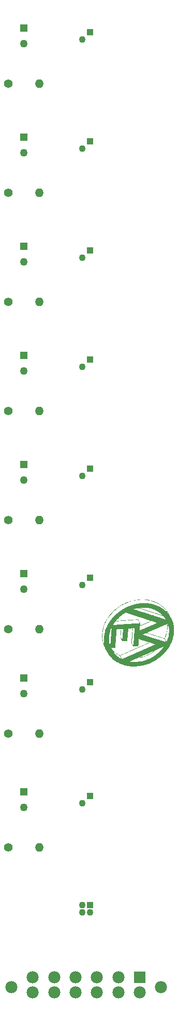
<source format=gbs>
%TF.GenerationSoftware,KiCad,Pcbnew,7.0.10*%
%TF.CreationDate,2024-11-26T20:56:08-08:00*%
%TF.ProjectId,Connector_Board,436f6e6e-6563-4746-9f72-5f426f617264,rev?*%
%TF.SameCoordinates,Original*%
%TF.FileFunction,Soldermask,Bot*%
%TF.FilePolarity,Negative*%
%FSLAX46Y46*%
G04 Gerber Fmt 4.6, Leading zero omitted, Abs format (unit mm)*
G04 Created by KiCad (PCBNEW 7.0.10) date 2024-11-26 20:56:08*
%MOMM*%
%LPD*%
G01*
G04 APERTURE LIST*
%ADD10R,1.100000X1.100000*%
%ADD11C,1.100000*%
%ADD12C,1.400000*%
%ADD13O,1.400000X1.400000*%
%ADD14R,1.981200X1.981200*%
%ADD15C,1.981200*%
%ADD16R,1.270000X1.270000*%
%ADD17C,1.270000*%
G04 APERTURE END LIST*
%TO.C,G\u002A\u002A\u002A*%
G36*
X159330780Y-112891648D02*
G01*
X159393272Y-112892537D01*
X159447695Y-112893940D01*
X159492126Y-112895881D01*
X159681081Y-112909198D01*
X159908412Y-112932453D01*
X160129157Y-112963409D01*
X160345047Y-113002352D01*
X160557811Y-113049564D01*
X160769183Y-113105330D01*
X160802187Y-113114927D01*
X160873934Y-113136945D01*
X160950629Y-113161817D01*
X161030197Y-113188796D01*
X161110559Y-113217124D01*
X161189642Y-113246051D01*
X161265369Y-113274825D01*
X161335663Y-113302693D01*
X161398450Y-113328902D01*
X161451652Y-113352699D01*
X161458042Y-113355680D01*
X161477810Y-113364740D01*
X161492158Y-113371074D01*
X161498335Y-113373455D01*
X161498896Y-113373552D01*
X161507828Y-113377103D01*
X161525504Y-113385179D01*
X161550234Y-113396939D01*
X161580328Y-113411549D01*
X161614093Y-113428173D01*
X161649841Y-113445975D01*
X161685880Y-113464115D01*
X161720520Y-113481761D01*
X161752069Y-113498075D01*
X161778838Y-113512221D01*
X161960176Y-113614489D01*
X162152894Y-113735096D01*
X162337230Y-113863671D01*
X162514042Y-114000847D01*
X162684189Y-114147259D01*
X162848529Y-114303543D01*
X162914805Y-114370893D01*
X163018860Y-114482375D01*
X163115388Y-114593825D01*
X163206700Y-114708067D01*
X163295105Y-114827915D01*
X163382910Y-114956194D01*
X163401002Y-114983683D01*
X163425386Y-115021313D01*
X163448521Y-115057878D01*
X163471006Y-115094458D01*
X163493448Y-115132133D01*
X163516450Y-115171982D01*
X163533741Y-115202831D01*
X163540613Y-115215088D01*
X163566541Y-115262530D01*
X163594836Y-115315388D01*
X163626103Y-115374742D01*
X163660943Y-115441670D01*
X163699961Y-115517256D01*
X163743758Y-115602577D01*
X163764439Y-115642956D01*
X163800780Y-115713972D01*
X163832396Y-115775867D01*
X163859816Y-115829708D01*
X163883576Y-115876561D01*
X163904206Y-115917497D01*
X163922241Y-115953587D01*
X163938214Y-115985896D01*
X163952656Y-116015494D01*
X163966099Y-116043449D01*
X163979078Y-116070829D01*
X163992126Y-116098704D01*
X164005772Y-116128144D01*
X164013836Y-116145516D01*
X164024509Y-116168228D01*
X164032785Y-116185513D01*
X164037346Y-116194594D01*
X164041791Y-116204028D01*
X164050039Y-116223491D01*
X164061079Y-116250605D01*
X164074156Y-116283454D01*
X164088517Y-116320111D01*
X164103414Y-116358660D01*
X164118089Y-116397178D01*
X164131798Y-116433744D01*
X164143780Y-116466438D01*
X164175203Y-116557122D01*
X164234125Y-116750731D01*
X164284192Y-116949834D01*
X164324906Y-117152105D01*
X164355772Y-117355215D01*
X164376292Y-117556835D01*
X164376831Y-117563904D01*
X164379354Y-117596706D01*
X164381698Y-117626621D01*
X164383623Y-117650594D01*
X164384887Y-117665573D01*
X164385178Y-117671738D01*
X164385526Y-117690113D01*
X164385769Y-117718292D01*
X164385903Y-117754912D01*
X164385929Y-117798610D01*
X164385843Y-117848025D01*
X164385645Y-117901796D01*
X164385331Y-117958561D01*
X164384968Y-118007428D01*
X164384213Y-118076065D01*
X164383148Y-118135808D01*
X164381666Y-118188611D01*
X164379664Y-118236425D01*
X164377040Y-118281205D01*
X164373689Y-118324901D01*
X164369510Y-118369465D01*
X164364396Y-118416853D01*
X164358245Y-118469019D01*
X164328308Y-118677770D01*
X164282757Y-118916842D01*
X164225424Y-119154721D01*
X164156468Y-119391039D01*
X164076044Y-119625429D01*
X163984308Y-119857526D01*
X163881417Y-120086960D01*
X163767524Y-120313368D01*
X163642785Y-120536383D01*
X163507360Y-120755637D01*
X163361400Y-120970764D01*
X163205063Y-121181396D01*
X163182778Y-121210000D01*
X163102093Y-121311032D01*
X163021596Y-121407632D01*
X162939269Y-121502072D01*
X162853096Y-121596628D01*
X162761064Y-121693572D01*
X162661156Y-121795181D01*
X162631870Y-121824353D01*
X162436776Y-122010350D01*
X162236528Y-122186873D01*
X162030157Y-122354643D01*
X161816700Y-122514387D01*
X161595193Y-122666833D01*
X161364671Y-122812705D01*
X161124169Y-122952733D01*
X161105350Y-122963151D01*
X161063806Y-122985668D01*
X161016559Y-123010784D01*
X160965651Y-123037452D01*
X160913117Y-123064629D01*
X160861001Y-123091265D01*
X160811342Y-123116317D01*
X160766178Y-123138740D01*
X160727552Y-123157483D01*
X160697502Y-123171506D01*
X160669415Y-123184188D01*
X160638972Y-123197956D01*
X160612928Y-123209756D01*
X160386850Y-123307693D01*
X160116816Y-123412752D01*
X159844068Y-123506094D01*
X159568742Y-123587684D01*
X159290969Y-123657489D01*
X159010886Y-123715477D01*
X158728625Y-123761614D01*
X158444327Y-123795865D01*
X158158113Y-123818198D01*
X158146290Y-123818824D01*
X158100578Y-123820630D01*
X158045809Y-123822063D01*
X157984097Y-123823122D01*
X157917555Y-123823807D01*
X157848296Y-123824120D01*
X157778434Y-123824060D01*
X157710084Y-123823627D01*
X157645355Y-123822820D01*
X157586364Y-123821640D01*
X157535222Y-123820088D01*
X157494043Y-123818163D01*
X157291856Y-123803201D01*
X157051399Y-123777217D01*
X156817738Y-123742594D01*
X156589759Y-123699113D01*
X156366338Y-123646558D01*
X156146356Y-123584709D01*
X155928696Y-123513349D01*
X155926335Y-123512518D01*
X155882545Y-123496741D01*
X155833311Y-123478422D01*
X155781038Y-123458503D01*
X155728128Y-123437926D01*
X155676985Y-123417637D01*
X155630012Y-123398576D01*
X155589613Y-123381689D01*
X155558190Y-123367917D01*
X155555240Y-123366575D01*
X155531260Y-123355683D01*
X155502688Y-123342729D01*
X155475079Y-123330234D01*
X155469446Y-123327679D01*
X155350538Y-123270818D01*
X155226634Y-123206295D01*
X155100334Y-123135666D01*
X154974248Y-123060476D01*
X154896120Y-123010918D01*
X157129856Y-123010918D01*
X157135968Y-123015691D01*
X157152210Y-123019937D01*
X157179035Y-123024262D01*
X157216892Y-123029276D01*
X157266230Y-123035590D01*
X157348338Y-123045559D01*
X157593930Y-123067333D01*
X157841376Y-123077429D01*
X158090176Y-123075951D01*
X158339827Y-123062998D01*
X158589822Y-123038672D01*
X158839664Y-123003077D01*
X159088849Y-122956312D01*
X159336871Y-122898483D01*
X159583228Y-122829689D01*
X159827416Y-122750033D01*
X160068934Y-122659617D01*
X160307277Y-122558542D01*
X160541944Y-122446911D01*
X160772430Y-122324825D01*
X160957048Y-122217649D01*
X161180855Y-122075791D01*
X161397013Y-121925217D01*
X161605204Y-121766207D01*
X161805105Y-121599047D01*
X161996396Y-121424022D01*
X162178755Y-121241409D01*
X162351861Y-121051497D01*
X162515394Y-120854567D01*
X162669031Y-120650904D01*
X162688566Y-120623584D01*
X162706476Y-120598303D01*
X162720644Y-120578053D01*
X162729961Y-120564419D01*
X162733312Y-120558992D01*
X162733307Y-120558585D01*
X162732845Y-120558174D01*
X162730893Y-120558542D01*
X162726384Y-120560143D01*
X162718258Y-120563429D01*
X162705451Y-120568852D01*
X162686899Y-120576867D01*
X162661535Y-120587926D01*
X162628301Y-120602483D01*
X162586130Y-120620987D01*
X162533960Y-120643896D01*
X162523102Y-120648663D01*
X162465158Y-120674106D01*
X162416862Y-120695308D01*
X162377005Y-120712799D01*
X162344375Y-120727102D01*
X162317766Y-120738752D01*
X162295968Y-120748272D01*
X162277771Y-120756193D01*
X162261965Y-120763044D01*
X162247342Y-120769350D01*
X162232694Y-120775642D01*
X162216808Y-120782449D01*
X162201247Y-120789147D01*
X162172091Y-120801786D01*
X162135905Y-120817544D01*
X162095013Y-120835403D01*
X162051735Y-120854354D01*
X162008395Y-120873379D01*
X161977053Y-120887157D01*
X161922372Y-120911191D01*
X161876857Y-120931188D01*
X161839243Y-120947700D01*
X161808271Y-120961279D01*
X161782677Y-120972473D01*
X161761200Y-120981840D01*
X161742579Y-120989926D01*
X161725554Y-120997285D01*
X161708862Y-121004468D01*
X161691242Y-121012026D01*
X161678965Y-121017286D01*
X161622226Y-121041596D01*
X161574977Y-121061954D01*
X161535883Y-121079083D01*
X161503611Y-121093703D01*
X161476829Y-121106534D01*
X161454203Y-121118301D01*
X161434400Y-121129719D01*
X161416088Y-121141516D01*
X161397932Y-121154406D01*
X161378599Y-121169117D01*
X161356758Y-121186369D01*
X161331074Y-121206880D01*
X161282363Y-121245338D01*
X161067856Y-121405417D01*
X160846689Y-121555804D01*
X160619356Y-121696287D01*
X160386342Y-121826658D01*
X160148142Y-121946703D01*
X159905246Y-122056211D01*
X159658141Y-122154973D01*
X159407322Y-122242774D01*
X159153275Y-122319407D01*
X158896492Y-122384656D01*
X158637464Y-122438313D01*
X158376684Y-122480166D01*
X158365287Y-122481756D01*
X158347468Y-122484509D01*
X158330959Y-122487685D01*
X158314393Y-122491793D01*
X158296397Y-122497332D01*
X158275604Y-122504809D01*
X158250646Y-122514730D01*
X158220152Y-122527602D01*
X158182753Y-122543926D01*
X158137078Y-122564211D01*
X158081762Y-122588960D01*
X158073593Y-122592583D01*
X158054000Y-122601201D01*
X158025943Y-122613503D01*
X157990927Y-122628826D01*
X157950455Y-122646523D01*
X157906027Y-122665930D01*
X157859149Y-122686396D01*
X157811323Y-122707261D01*
X157764051Y-122727873D01*
X157718838Y-122747574D01*
X157677183Y-122765709D01*
X157640590Y-122781619D01*
X157610565Y-122794652D01*
X157590867Y-122803196D01*
X157554352Y-122819059D01*
X157510470Y-122838141D01*
X157461415Y-122859485D01*
X157409383Y-122882138D01*
X157356570Y-122905143D01*
X157305168Y-122927544D01*
X157257377Y-122948384D01*
X157215391Y-122966709D01*
X157197754Y-122974362D01*
X157167828Y-122987338D01*
X157146237Y-122997350D01*
X157133431Y-123005008D01*
X157129856Y-123010918D01*
X154896120Y-123010918D01*
X154850976Y-122982282D01*
X154733126Y-122902629D01*
X154623302Y-122823072D01*
X154486050Y-122715818D01*
X154313896Y-122568870D01*
X154151700Y-122415447D01*
X153999067Y-122255103D01*
X153855596Y-122087392D01*
X153720891Y-121911866D01*
X153594555Y-121728081D01*
X153476191Y-121535588D01*
X153460411Y-121507739D01*
X153438457Y-121467621D01*
X153412486Y-121419095D01*
X153383103Y-121363356D01*
X153350910Y-121301600D01*
X153316509Y-121235019D01*
X153280499Y-121164807D01*
X153243489Y-121092157D01*
X153206077Y-121018263D01*
X153195652Y-120997546D01*
X154151656Y-120997546D01*
X154154536Y-121005662D01*
X154161908Y-121020763D01*
X154173264Y-121042477D01*
X154210910Y-121111317D01*
X154303147Y-121264258D01*
X154405984Y-121415379D01*
X154518392Y-121563435D01*
X154639349Y-121707180D01*
X154767830Y-121845369D01*
X154902811Y-121976756D01*
X155043266Y-122100097D01*
X155084456Y-122133768D01*
X155172301Y-122202116D01*
X155265343Y-122270363D01*
X155361365Y-122337032D01*
X155458148Y-122400649D01*
X155553477Y-122459733D01*
X155645137Y-122512808D01*
X155730910Y-122558397D01*
X155745697Y-122565564D01*
X155758941Y-122571299D01*
X155764558Y-122572762D01*
X155762275Y-122567410D01*
X155755000Y-122552336D01*
X155743257Y-122528607D01*
X155727577Y-122497278D01*
X155708491Y-122459408D01*
X155686531Y-122416053D01*
X155662228Y-122368273D01*
X155636113Y-122317123D01*
X155506339Y-122063402D01*
X155488592Y-122054555D01*
X155584583Y-122054555D01*
X155587200Y-122061861D01*
X155594586Y-122078520D01*
X155606126Y-122103288D01*
X155621202Y-122134924D01*
X155639197Y-122172184D01*
X155659496Y-122213825D01*
X155681478Y-122258606D01*
X155704532Y-122305281D01*
X155728036Y-122352610D01*
X155751375Y-122399350D01*
X155773932Y-122444257D01*
X155795091Y-122486088D01*
X155814233Y-122523602D01*
X155830742Y-122555554D01*
X155844001Y-122580704D01*
X155853394Y-122597806D01*
X155858303Y-122605619D01*
X155862715Y-122605095D01*
X155876926Y-122600436D01*
X155899387Y-122591906D01*
X155928568Y-122580111D01*
X155962944Y-122565655D01*
X156000984Y-122549144D01*
X156023218Y-122539361D01*
X156065849Y-122520653D01*
X156107314Y-122502518D01*
X156145142Y-122486029D01*
X156176860Y-122472268D01*
X156199997Y-122462313D01*
X156212666Y-122456872D01*
X156239320Y-122445330D01*
X156273996Y-122430246D01*
X156314880Y-122412410D01*
X156360170Y-122392608D01*
X156385041Y-122381713D01*
X158561219Y-122381713D01*
X158561774Y-122383014D01*
X158568324Y-122382718D01*
X158581845Y-122380698D01*
X158603314Y-122376840D01*
X158633707Y-122371018D01*
X158674003Y-122363114D01*
X158725177Y-122353003D01*
X158869746Y-122322294D01*
X159092241Y-122266996D01*
X159316246Y-122201901D01*
X159539586Y-122127694D01*
X159760099Y-122045068D01*
X159975606Y-121954715D01*
X159982549Y-121951624D01*
X160025661Y-121931854D01*
X160076521Y-121907760D01*
X160132790Y-121880512D01*
X160192125Y-121851281D01*
X160252185Y-121821236D01*
X160310627Y-121791546D01*
X160365113Y-121763381D01*
X160413299Y-121737911D01*
X160452842Y-121716305D01*
X160501983Y-121688452D01*
X160605299Y-121627851D01*
X160710061Y-121563845D01*
X160813751Y-121498047D01*
X160913849Y-121432069D01*
X161007839Y-121367524D01*
X161093200Y-121306029D01*
X161115995Y-121289095D01*
X161141536Y-121270005D01*
X161162493Y-121254214D01*
X161177151Y-121243010D01*
X161183801Y-121237690D01*
X161185575Y-121235760D01*
X161185223Y-121234936D01*
X161181661Y-121235724D01*
X161173906Y-121238531D01*
X161160978Y-121243766D01*
X161141900Y-121251837D01*
X161115687Y-121263150D01*
X161081361Y-121278116D01*
X161037942Y-121297139D01*
X160984449Y-121320631D01*
X160973633Y-121325383D01*
X160912471Y-121352254D01*
X160861005Y-121374859D01*
X160818058Y-121393712D01*
X160782454Y-121409326D01*
X160753021Y-121422217D01*
X160728579Y-121432896D01*
X160707955Y-121441878D01*
X160689972Y-121449678D01*
X160673454Y-121456810D01*
X160657226Y-121463785D01*
X160640112Y-121471120D01*
X160624551Y-121477818D01*
X160595397Y-121490458D01*
X160559210Y-121506216D01*
X160518317Y-121524075D01*
X160475039Y-121543026D01*
X160431698Y-121562050D01*
X160398101Y-121576820D01*
X160343803Y-121600686D01*
X160298626Y-121620534D01*
X160261310Y-121636914D01*
X160230597Y-121650376D01*
X160205231Y-121661472D01*
X160183953Y-121670748D01*
X160165504Y-121678757D01*
X160148625Y-121686048D01*
X160132059Y-121693172D01*
X160114547Y-121700677D01*
X160098986Y-121707376D01*
X160069832Y-121720016D01*
X160033646Y-121735773D01*
X159992751Y-121753632D01*
X159949473Y-121772582D01*
X159906134Y-121791608D01*
X159872536Y-121806377D01*
X159818238Y-121830244D01*
X159773060Y-121850091D01*
X159735744Y-121866472D01*
X159705032Y-121879934D01*
X159679666Y-121891029D01*
X159658387Y-121900306D01*
X159639939Y-121908314D01*
X159623060Y-121915605D01*
X159606494Y-121922730D01*
X159588982Y-121930234D01*
X159573421Y-121936933D01*
X159544266Y-121949573D01*
X159508080Y-121965330D01*
X159467186Y-121983190D01*
X159423908Y-122002140D01*
X159380569Y-122021165D01*
X159346971Y-122035935D01*
X159292673Y-122059801D01*
X159247494Y-122079648D01*
X159210179Y-122096029D01*
X159179466Y-122109491D01*
X159154100Y-122120586D01*
X159132822Y-122129863D01*
X159114373Y-122137872D01*
X159097495Y-122145163D01*
X159080929Y-122152286D01*
X159063416Y-122159791D01*
X159047848Y-122166495D01*
X159018692Y-122179140D01*
X158982507Y-122194901D01*
X158941616Y-122212771D01*
X158898340Y-122231730D01*
X158855004Y-122250768D01*
X158821049Y-122265699D01*
X158779523Y-122283941D01*
X158740748Y-122300960D01*
X158706799Y-122315841D01*
X158679756Y-122327675D01*
X158661691Y-122335551D01*
X158660789Y-122335942D01*
X158633625Y-122347879D01*
X158605784Y-122360319D01*
X158583159Y-122370634D01*
X158574179Y-122374803D01*
X158565677Y-122378936D01*
X158561219Y-122381713D01*
X156385041Y-122381713D01*
X156408058Y-122371630D01*
X156456739Y-122350262D01*
X156488975Y-122336106D01*
X156537907Y-122314647D01*
X156585128Y-122293974D01*
X156628768Y-122274899D01*
X156666962Y-122258240D01*
X156697836Y-122244816D01*
X156719520Y-122235443D01*
X156732661Y-122229774D01*
X156760603Y-122217645D01*
X156796504Y-122202003D01*
X156838495Y-122183669D01*
X156884704Y-122163457D01*
X156933264Y-122142183D01*
X156982303Y-122120664D01*
X157014528Y-122106520D01*
X157063462Y-122085070D01*
X157110685Y-122064403D01*
X157154329Y-122045334D01*
X157192525Y-122028680D01*
X157223400Y-122015258D01*
X157245085Y-122005885D01*
X157258226Y-122000217D01*
X157286168Y-121988088D01*
X157322070Y-121972446D01*
X157364060Y-121954112D01*
X157410270Y-121933900D01*
X157458829Y-121912624D01*
X157507868Y-121891108D01*
X157540093Y-121876962D01*
X157589028Y-121855513D01*
X157636252Y-121834846D01*
X157679896Y-121815776D01*
X157718090Y-121799123D01*
X157748965Y-121785700D01*
X157770650Y-121776328D01*
X157783791Y-121770659D01*
X157811734Y-121758530D01*
X157847636Y-121742890D01*
X157889625Y-121724555D01*
X157935835Y-121704342D01*
X157984394Y-121683068D01*
X158033434Y-121661551D01*
X158065658Y-121647405D01*
X158114593Y-121625957D01*
X158161817Y-121605288D01*
X158205461Y-121586218D01*
X158243655Y-121569565D01*
X158274530Y-121556144D01*
X158296217Y-121546770D01*
X158309356Y-121541101D01*
X158337299Y-121528972D01*
X158373201Y-121513333D01*
X158415190Y-121494997D01*
X158461401Y-121474785D01*
X158509956Y-121453511D01*
X158558995Y-121431992D01*
X158591221Y-121417849D01*
X158640154Y-121396399D01*
X158687379Y-121375731D01*
X158731022Y-121356662D01*
X158769217Y-121340008D01*
X158800091Y-121326587D01*
X158821778Y-121317214D01*
X158834917Y-121311545D01*
X158862860Y-121299416D01*
X158898761Y-121283775D01*
X158940752Y-121265440D01*
X158986960Y-121245228D01*
X159035521Y-121223954D01*
X159084560Y-121202435D01*
X159116785Y-121188291D01*
X159165718Y-121166841D01*
X159212942Y-121146173D01*
X159256587Y-121127102D01*
X159294782Y-121110445D01*
X159325656Y-121097022D01*
X159347342Y-121087646D01*
X159363472Y-121080685D01*
X159394145Y-121067371D01*
X159431744Y-121050992D01*
X159473834Y-121032608D01*
X159517996Y-121013277D01*
X159561798Y-120994057D01*
X159614461Y-120970920D01*
X159665524Y-120948493D01*
X159707832Y-120929918D01*
X159742617Y-120914658D01*
X159771111Y-120902178D01*
X159794547Y-120891936D01*
X159814154Y-120883393D01*
X159831167Y-120876015D01*
X159846816Y-120869259D01*
X159862332Y-120862592D01*
X159878949Y-120855472D01*
X159894510Y-120848774D01*
X159923664Y-120836134D01*
X159959851Y-120820377D01*
X160000745Y-120802517D01*
X160044022Y-120783567D01*
X160087364Y-120764540D01*
X160120960Y-120749772D01*
X160175258Y-120725906D01*
X160220437Y-120706058D01*
X160257751Y-120689678D01*
X160288464Y-120676217D01*
X160313829Y-120665121D01*
X160335109Y-120655845D01*
X160353557Y-120647834D01*
X160370436Y-120640544D01*
X160387003Y-120633421D01*
X160404514Y-120625915D01*
X160420075Y-120619216D01*
X160449230Y-120606577D01*
X160485415Y-120590819D01*
X160526310Y-120572960D01*
X160569589Y-120554010D01*
X160612928Y-120534982D01*
X160646525Y-120520215D01*
X160700823Y-120496349D01*
X160746002Y-120476500D01*
X160783316Y-120460121D01*
X160814029Y-120446658D01*
X160839395Y-120435563D01*
X160860675Y-120426288D01*
X160879122Y-120418278D01*
X160896001Y-120410987D01*
X160912568Y-120403864D01*
X160930079Y-120396358D01*
X160944174Y-120390295D01*
X160972959Y-120377824D01*
X161008851Y-120362208D01*
X161049479Y-120344477D01*
X161092476Y-120325664D01*
X161135473Y-120306804D01*
X161168402Y-120292331D01*
X161185223Y-120284927D01*
X161207850Y-120274969D01*
X161243816Y-120259119D01*
X161274402Y-120245614D01*
X161297716Y-120235293D01*
X161311862Y-120228988D01*
X161343270Y-120214862D01*
X160913157Y-120080302D01*
X160844691Y-120058885D01*
X160777595Y-120037900D01*
X160714382Y-120018136D01*
X160656009Y-119999888D01*
X160603429Y-119983456D01*
X160557600Y-119969140D01*
X160519478Y-119957236D01*
X160490019Y-119948045D01*
X160470178Y-119941866D01*
X160460912Y-119938995D01*
X160456659Y-119937771D01*
X160451976Y-119936920D01*
X160446426Y-119936868D01*
X160439229Y-119937922D01*
X160429598Y-119940399D01*
X160416750Y-119944611D01*
X160399900Y-119950870D01*
X160378265Y-119959491D01*
X160351060Y-119970785D01*
X160317502Y-119985068D01*
X160276805Y-120002648D01*
X160228185Y-120023842D01*
X160170861Y-120048965D01*
X160104043Y-120078324D01*
X160026953Y-120112237D01*
X159999013Y-120124507D01*
X159958525Y-120142238D01*
X159912053Y-120162551D01*
X159862343Y-120184247D01*
X159812134Y-120206131D01*
X159764171Y-120227003D01*
X159723128Y-120244862D01*
X159673068Y-120266676D01*
X159623122Y-120288474D01*
X159576030Y-120309055D01*
X159534538Y-120327224D01*
X159501387Y-120341781D01*
X159473449Y-120354054D01*
X159432961Y-120371788D01*
X159386490Y-120392104D01*
X159336778Y-120413803D01*
X159286570Y-120435688D01*
X159238604Y-120456560D01*
X159197563Y-120474420D01*
X159147502Y-120496233D01*
X159097557Y-120518031D01*
X159050465Y-120538612D01*
X159008974Y-120556782D01*
X158975822Y-120571339D01*
X158947885Y-120583611D01*
X158907396Y-120601346D01*
X158860925Y-120621660D01*
X158811212Y-120643359D01*
X158761005Y-120665245D01*
X158713040Y-120686117D01*
X158671998Y-120703976D01*
X158621937Y-120725791D01*
X158571992Y-120747588D01*
X158524901Y-120768170D01*
X158483412Y-120786339D01*
X158450261Y-120800896D01*
X158422322Y-120813167D01*
X158381835Y-120830903D01*
X158335363Y-120851217D01*
X158285651Y-120872917D01*
X158235443Y-120894803D01*
X158187479Y-120915674D01*
X158146435Y-120933533D01*
X158096377Y-120955346D01*
X158046429Y-120977142D01*
X157999340Y-120997721D01*
X157957847Y-121015887D01*
X157924696Y-121030440D01*
X157903089Y-121039939D01*
X157860595Y-121058590D01*
X157811950Y-121079911D01*
X157758595Y-121103274D01*
X157701956Y-121128053D01*
X157643474Y-121153623D01*
X157584581Y-121179354D01*
X157526710Y-121204621D01*
X157471299Y-121228800D01*
X157419782Y-121251262D01*
X157373591Y-121271380D01*
X157334163Y-121288529D01*
X157302931Y-121302082D01*
X157281332Y-121311413D01*
X157268191Y-121317085D01*
X157240250Y-121329217D01*
X157204349Y-121344858D01*
X157162357Y-121363197D01*
X157116148Y-121383412D01*
X157067589Y-121404687D01*
X157018549Y-121426207D01*
X156986324Y-121440350D01*
X156937390Y-121461800D01*
X156890166Y-121482467D01*
X156846523Y-121501537D01*
X156808328Y-121518190D01*
X156777452Y-121531612D01*
X156755767Y-121540985D01*
X156742626Y-121546654D01*
X156714684Y-121558783D01*
X156678783Y-121574424D01*
X156636792Y-121592758D01*
X156590583Y-121612971D01*
X156542023Y-121634245D01*
X156492984Y-121655763D01*
X156460759Y-121669908D01*
X156411825Y-121691357D01*
X156364601Y-121712024D01*
X156320957Y-121731094D01*
X156282763Y-121747747D01*
X156251887Y-121761169D01*
X156230202Y-121770543D01*
X156217071Y-121776206D01*
X156189131Y-121788329D01*
X156153229Y-121803961D01*
X156111237Y-121822284D01*
X156065025Y-121842486D01*
X156016461Y-121863745D01*
X155967418Y-121885247D01*
X155939431Y-121897520D01*
X155888202Y-121919952D01*
X155837353Y-121942176D01*
X155789019Y-121963261D01*
X155745336Y-121982276D01*
X155708442Y-121998291D01*
X155680473Y-122010372D01*
X155659818Y-122019329D01*
X155631298Y-122031951D01*
X155607933Y-122042604D01*
X155591716Y-122050375D01*
X155584634Y-122054348D01*
X155584583Y-122054555D01*
X155488592Y-122054555D01*
X155451810Y-122036219D01*
X155345818Y-121981165D01*
X155172444Y-121881598D01*
X155001590Y-121771703D01*
X154834913Y-121652572D01*
X154674077Y-121525293D01*
X154636854Y-121493209D01*
X154593315Y-121453804D01*
X154545467Y-121409017D01*
X154494985Y-121360517D01*
X154443547Y-121309964D01*
X154392830Y-121259029D01*
X154344510Y-121209375D01*
X154300262Y-121162669D01*
X154261765Y-121120577D01*
X154230694Y-121084764D01*
X154222433Y-121074867D01*
X154195225Y-121042434D01*
X154175052Y-121018861D01*
X154161405Y-121003772D01*
X154153777Y-120996791D01*
X154151656Y-120997546D01*
X153195652Y-120997546D01*
X153184822Y-120976026D01*
X154137001Y-120976026D01*
X154140022Y-120979045D01*
X154143043Y-120976026D01*
X154140022Y-120973005D01*
X154137001Y-120976026D01*
X153184822Y-120976026D01*
X153168866Y-120944318D01*
X153132460Y-120871519D01*
X153115376Y-120837128D01*
X154117277Y-120837128D01*
X154140022Y-120866043D01*
X154153777Y-120883528D01*
X154183788Y-120921681D01*
X154256496Y-121011675D01*
X154369662Y-121141966D01*
X154486095Y-121263934D01*
X154607999Y-121379741D01*
X154737573Y-121491545D01*
X154877021Y-121601507D01*
X154901931Y-121620078D01*
X154958573Y-121660821D01*
X155020893Y-121704009D01*
X155085876Y-121747634D01*
X155150510Y-121789685D01*
X155211778Y-121828157D01*
X155266665Y-121861040D01*
X155268298Y-121861987D01*
X155303409Y-121882009D01*
X155340870Y-121902814D01*
X155379070Y-121923563D01*
X155416398Y-121943418D01*
X155451244Y-121961543D01*
X155481999Y-121977098D01*
X155507053Y-121989247D01*
X155524797Y-121997151D01*
X155533618Y-121999972D01*
X155533854Y-121999963D01*
X155539161Y-121998632D01*
X155549740Y-121994842D01*
X155566230Y-121988320D01*
X155589273Y-121978790D01*
X155619504Y-121965982D01*
X155657571Y-121949620D01*
X155704109Y-121929433D01*
X155759761Y-121905145D01*
X155825167Y-121876485D01*
X155900967Y-121843179D01*
X155928322Y-121831171D01*
X155967289Y-121814112D01*
X156012353Y-121794422D01*
X156060872Y-121773253D01*
X156110206Y-121751755D01*
X156157710Y-121731085D01*
X156198750Y-121713229D01*
X156248810Y-121691415D01*
X156298758Y-121669618D01*
X156345849Y-121649036D01*
X156387341Y-121630869D01*
X156420493Y-121616310D01*
X156448431Y-121604040D01*
X156488919Y-121586304D01*
X156535391Y-121565988D01*
X156585101Y-121544290D01*
X156635310Y-121522405D01*
X156683275Y-121501532D01*
X156724317Y-121483674D01*
X156774377Y-121461859D01*
X156824323Y-121440061D01*
X156871414Y-121419479D01*
X156912906Y-121401311D01*
X156946057Y-121386753D01*
X156973996Y-121374482D01*
X157014484Y-121356748D01*
X157060956Y-121336431D01*
X157110667Y-121314731D01*
X157160876Y-121292847D01*
X157208841Y-121271974D01*
X157249883Y-121254117D01*
X157299942Y-121232302D01*
X157349889Y-121210503D01*
X157396979Y-121189922D01*
X157438472Y-121171754D01*
X157471622Y-121157197D01*
X157499562Y-121144924D01*
X157540049Y-121127191D01*
X157586522Y-121106873D01*
X157636232Y-121085174D01*
X157686441Y-121063290D01*
X157734406Y-121042417D01*
X157775448Y-121024559D01*
X157825507Y-121002745D01*
X157875453Y-120980946D01*
X157922544Y-120960365D01*
X157964037Y-120942197D01*
X157997187Y-120927639D01*
X158025127Y-120915367D01*
X158065616Y-120897633D01*
X158112087Y-120877317D01*
X158161798Y-120855618D01*
X158212007Y-120833733D01*
X158259971Y-120812861D01*
X158301013Y-120795002D01*
X158351072Y-120773188D01*
X158401019Y-120751390D01*
X158448109Y-120730807D01*
X158489602Y-120712639D01*
X158522748Y-120698082D01*
X158550688Y-120685811D01*
X158591177Y-120668075D01*
X158637647Y-120647760D01*
X158687359Y-120626061D01*
X158737569Y-120604175D01*
X158785532Y-120583303D01*
X158826574Y-120565445D01*
X158876634Y-120543630D01*
X158926580Y-120521832D01*
X158973670Y-120501250D01*
X159015162Y-120483083D01*
X159048313Y-120468525D01*
X159076253Y-120456253D01*
X159116741Y-120438519D01*
X159163212Y-120418201D01*
X159212924Y-120396503D01*
X159263134Y-120374619D01*
X159311096Y-120353746D01*
X159352140Y-120335888D01*
X159402200Y-120314074D01*
X159452146Y-120292279D01*
X159499238Y-120271700D01*
X159540728Y-120253534D01*
X159573879Y-120238981D01*
X159573965Y-120238944D01*
X159612863Y-120221855D01*
X159659618Y-120201353D01*
X159712650Y-120178132D01*
X159770386Y-120152875D01*
X159831247Y-120126273D01*
X159893653Y-120099015D01*
X159956033Y-120071787D01*
X160016807Y-120045278D01*
X160074399Y-120020176D01*
X160127232Y-119997170D01*
X160173729Y-119976948D01*
X160212314Y-119960198D01*
X160241407Y-119947609D01*
X160262257Y-119938559D01*
X160290566Y-119926073D01*
X160313635Y-119915664D01*
X160329506Y-119908219D01*
X160336223Y-119904622D01*
X160336221Y-119904568D01*
X160330069Y-119902041D01*
X160313072Y-119896140D01*
X160285860Y-119887063D01*
X160249068Y-119875015D01*
X160203331Y-119860198D01*
X160149278Y-119842811D01*
X160087544Y-119823061D01*
X160018763Y-119801147D01*
X159943565Y-119777270D01*
X159862586Y-119751634D01*
X159776458Y-119724443D01*
X159685813Y-119695896D01*
X159591285Y-119666196D01*
X159493507Y-119635543D01*
X159486452Y-119633335D01*
X159388690Y-119602721D01*
X159294097Y-119573095D01*
X159203318Y-119544661D01*
X159116997Y-119517616D01*
X159035775Y-119492168D01*
X158960295Y-119468513D01*
X158891198Y-119446855D01*
X158829134Y-119427395D01*
X158774739Y-119410335D01*
X158728660Y-119395875D01*
X158691539Y-119384221D01*
X158664018Y-119375569D01*
X158646743Y-119370125D01*
X158640352Y-119368088D01*
X158638902Y-119372615D01*
X158636539Y-119388963D01*
X158633387Y-119417079D01*
X158629457Y-119456813D01*
X158624767Y-119508014D01*
X158619326Y-119570530D01*
X158613150Y-119644212D01*
X158606251Y-119728910D01*
X158598644Y-119824473D01*
X158590343Y-119930747D01*
X158588855Y-119949913D01*
X158582543Y-120030820D01*
X158576450Y-120108189D01*
X158570644Y-120181172D01*
X158565197Y-120248915D01*
X158560181Y-120310569D01*
X158555662Y-120365283D01*
X158551712Y-120412203D01*
X158548403Y-120450483D01*
X158545802Y-120479267D01*
X158543980Y-120497706D01*
X158543009Y-120504950D01*
X158538671Y-120511556D01*
X158527340Y-120520708D01*
X158526098Y-120521103D01*
X158514566Y-120522867D01*
X158492355Y-120525314D01*
X158460499Y-120528358D01*
X158420051Y-120531912D01*
X158372052Y-120535887D01*
X158317551Y-120540199D01*
X158257593Y-120544757D01*
X158193223Y-120549475D01*
X158125489Y-120554266D01*
X158085914Y-120557015D01*
X158013329Y-120562030D01*
X157951474Y-120566250D01*
X157899460Y-120569710D01*
X157856396Y-120572444D01*
X157821395Y-120574490D01*
X157793568Y-120575879D01*
X157772027Y-120576651D01*
X157755882Y-120576839D01*
X157744242Y-120576478D01*
X157736221Y-120575606D01*
X157730930Y-120574258D01*
X157727480Y-120572466D01*
X157724979Y-120570271D01*
X157722132Y-120565843D01*
X157714068Y-120551456D01*
X157701625Y-120528398D01*
X157685415Y-120497856D01*
X157666050Y-120461015D01*
X157644138Y-120419065D01*
X157620295Y-120373191D01*
X157595130Y-120324583D01*
X157569255Y-120274428D01*
X157543279Y-120223911D01*
X157517815Y-120174219D01*
X157493474Y-120126543D01*
X157470867Y-120082066D01*
X157450607Y-120041979D01*
X157433304Y-120007467D01*
X157419568Y-119979715D01*
X157410012Y-119959915D01*
X157405246Y-119949254D01*
X157405110Y-119948546D01*
X157405092Y-119938020D01*
X157405652Y-119924896D01*
X157466707Y-119924896D01*
X157591425Y-120171065D01*
X157613232Y-120214011D01*
X157637467Y-120261512D01*
X157659598Y-120304638D01*
X157679068Y-120342321D01*
X157695321Y-120373490D01*
X157707803Y-120397079D01*
X157715959Y-120412016D01*
X157719235Y-120417232D01*
X157719688Y-120414033D01*
X157721073Y-120399607D01*
X157723303Y-120374050D01*
X157726339Y-120337890D01*
X157730133Y-120291654D01*
X157734652Y-120235871D01*
X157739846Y-120171071D01*
X157745679Y-120097783D01*
X157752107Y-120016533D01*
X157759088Y-119927849D01*
X157766582Y-119832263D01*
X157774545Y-119730299D01*
X157782938Y-119622487D01*
X157791717Y-119509358D01*
X157800844Y-119391436D01*
X157810272Y-119269254D01*
X157819962Y-119143337D01*
X157829873Y-119014215D01*
X157836965Y-118921761D01*
X157846733Y-118794585D01*
X157856249Y-118670888D01*
X157859697Y-118626142D01*
X159219358Y-118626142D01*
X160446426Y-119010655D01*
X161152380Y-119231872D01*
X161193538Y-119244769D01*
X161341329Y-119291070D01*
X161486034Y-119336390D01*
X161627224Y-119380597D01*
X161764483Y-119423560D01*
X161897386Y-119465145D01*
X162025511Y-119505221D01*
X162148437Y-119543659D01*
X162265742Y-119580324D01*
X162377003Y-119615086D01*
X162481799Y-119647812D01*
X162579709Y-119678373D01*
X162670309Y-119706632D01*
X162732845Y-119726127D01*
X162753178Y-119732463D01*
X162827895Y-119755732D01*
X162894037Y-119776308D01*
X162951182Y-119794056D01*
X162998908Y-119808850D01*
X163036793Y-119820554D01*
X163064416Y-119829037D01*
X163081355Y-119834168D01*
X163087187Y-119835816D01*
X163087194Y-119835706D01*
X163084306Y-119828982D01*
X163076501Y-119812656D01*
X163064297Y-119787767D01*
X163048214Y-119755355D01*
X163028767Y-119716461D01*
X163006475Y-119672127D01*
X162981854Y-119623389D01*
X162955428Y-119571291D01*
X162821881Y-119308550D01*
X162744736Y-119284377D01*
X162885556Y-119284377D01*
X162888350Y-119290972D01*
X162896040Y-119307066D01*
X162907948Y-119331233D01*
X162923430Y-119362211D01*
X162941843Y-119398750D01*
X162962540Y-119439588D01*
X162984877Y-119483470D01*
X163008213Y-119529137D01*
X163031897Y-119575334D01*
X163055289Y-119620804D01*
X163077744Y-119664290D01*
X163098616Y-119704533D01*
X163117261Y-119740278D01*
X163133037Y-119770269D01*
X163145296Y-119793247D01*
X163153393Y-119807956D01*
X163156688Y-119813138D01*
X163157217Y-119812798D01*
X163161932Y-119804915D01*
X163170268Y-119787788D01*
X163181550Y-119763003D01*
X163195100Y-119732146D01*
X163210245Y-119696809D01*
X163226311Y-119658579D01*
X163242618Y-119619042D01*
X163258495Y-119579790D01*
X163273264Y-119542409D01*
X163286251Y-119508487D01*
X163346714Y-119337360D01*
X163413535Y-119117664D01*
X163468321Y-118897625D01*
X163511095Y-118677124D01*
X163541888Y-118456042D01*
X163560722Y-118234264D01*
X163560936Y-118230468D01*
X163562767Y-118188496D01*
X163564180Y-118138545D01*
X163565159Y-118083481D01*
X163565688Y-118026169D01*
X163565750Y-117969469D01*
X163565330Y-117916249D01*
X163564410Y-117869372D01*
X163562977Y-117831699D01*
X163550393Y-117660750D01*
X163528724Y-117479920D01*
X163498237Y-117301316D01*
X163458444Y-117122085D01*
X163408852Y-116939376D01*
X163378199Y-116835402D01*
X163356294Y-116844936D01*
X163355048Y-116845478D01*
X163333351Y-116854739D01*
X163311736Y-116863742D01*
X163304221Y-116866680D01*
X163298025Y-116869679D01*
X163293716Y-116873991D01*
X163291189Y-116881146D01*
X163290341Y-116892676D01*
X163291072Y-116910111D01*
X163293277Y-116934982D01*
X163296854Y-116968817D01*
X163301699Y-117013148D01*
X163304491Y-117041777D01*
X163308769Y-117099131D01*
X163312348Y-117164649D01*
X163315178Y-117235858D01*
X163317213Y-117310293D01*
X163318406Y-117385481D01*
X163318708Y-117458959D01*
X163318073Y-117528255D01*
X163316454Y-117590901D01*
X163313803Y-117644429D01*
X163307807Y-117724365D01*
X163283703Y-117944963D01*
X163248572Y-118163030D01*
X163202255Y-118379197D01*
X163144582Y-118594112D01*
X163075391Y-118808403D01*
X162994516Y-119022715D01*
X162901793Y-119237677D01*
X162901169Y-119239044D01*
X162892638Y-119259333D01*
X162887038Y-119275579D01*
X162885556Y-119284377D01*
X162744736Y-119284377D01*
X161321013Y-118838258D01*
X159820145Y-118367966D01*
X159692482Y-118422811D01*
X159655216Y-118438821D01*
X159607051Y-118459518D01*
X159553624Y-118482476D01*
X159497967Y-118506394D01*
X159443110Y-118529970D01*
X159392088Y-118551899D01*
X159219358Y-118626142D01*
X157859697Y-118626142D01*
X157865472Y-118551201D01*
X157874361Y-118436063D01*
X157882873Y-118326013D01*
X157882906Y-118325589D01*
X159923411Y-118325589D01*
X159926244Y-118326803D01*
X159939676Y-118331445D01*
X159963614Y-118339364D01*
X159997462Y-118350375D01*
X160040627Y-118364289D01*
X160092518Y-118380926D01*
X160152542Y-118400095D01*
X160220106Y-118421611D01*
X160294616Y-118445286D01*
X160375480Y-118470936D01*
X160462106Y-118498373D01*
X160553900Y-118527413D01*
X160650268Y-118557865D01*
X160750620Y-118589547D01*
X160854360Y-118622272D01*
X160960897Y-118655851D01*
X161069640Y-118690100D01*
X161179990Y-118724834D01*
X161291362Y-118759863D01*
X161403156Y-118795003D01*
X161514786Y-118830067D01*
X161625652Y-118864868D01*
X161735167Y-118899222D01*
X161842736Y-118932940D01*
X161947764Y-118965837D01*
X162049660Y-118997728D01*
X162147832Y-119028425D01*
X162241687Y-119057741D01*
X162330631Y-119085490D01*
X162414072Y-119111487D01*
X162491415Y-119135544D01*
X162562072Y-119157475D01*
X162625445Y-119177095D01*
X162680942Y-119194218D01*
X162727973Y-119208654D01*
X162765943Y-119220221D01*
X162794259Y-119228731D01*
X162812329Y-119233996D01*
X162819560Y-119235832D01*
X162824508Y-119233510D01*
X162832368Y-119223968D01*
X162842714Y-119206432D01*
X162855875Y-119180226D01*
X162872191Y-119144685D01*
X162891991Y-119099138D01*
X162915609Y-119042913D01*
X162938082Y-118987799D01*
X163019516Y-118768942D01*
X163088924Y-118548999D01*
X163146317Y-118327933D01*
X163191703Y-118105693D01*
X163225095Y-117882242D01*
X163246501Y-117657541D01*
X163247655Y-117636308D01*
X163248950Y-117599707D01*
X163250005Y-117554987D01*
X163250812Y-117504380D01*
X163251361Y-117450123D01*
X163251641Y-117394458D01*
X163251643Y-117339615D01*
X163251355Y-117287835D01*
X163250768Y-117241353D01*
X163249873Y-117202407D01*
X163248658Y-117173233D01*
X163247874Y-117161505D01*
X163245832Y-117135693D01*
X163243046Y-117103560D01*
X163239768Y-117067729D01*
X163236252Y-117030822D01*
X163232747Y-116995463D01*
X163229505Y-116964273D01*
X163226779Y-116939876D01*
X163224818Y-116924894D01*
X163221359Y-116903093D01*
X163063418Y-116971070D01*
X163043970Y-116979442D01*
X163005235Y-116996121D01*
X162957611Y-117016630D01*
X162902448Y-117040387D01*
X162841096Y-117066813D01*
X162774899Y-117095328D01*
X162705208Y-117125350D01*
X162633372Y-117156298D01*
X162560736Y-117187592D01*
X162488653Y-117218652D01*
X162453561Y-117233770D01*
X162378227Y-117266224D01*
X162301532Y-117299259D01*
X162225034Y-117332206D01*
X162150291Y-117364391D01*
X162078857Y-117395147D01*
X162012291Y-117423802D01*
X161952150Y-117449684D01*
X161899991Y-117472128D01*
X161857370Y-117490460D01*
X161838275Y-117498669D01*
X161790899Y-117519050D01*
X161734729Y-117543222D01*
X161671321Y-117570514D01*
X161602234Y-117600258D01*
X161529023Y-117631781D01*
X161453247Y-117664415D01*
X161376459Y-117697488D01*
X161300221Y-117730328D01*
X161226088Y-117762270D01*
X161125818Y-117805474D01*
X161010336Y-117855229D01*
X160904254Y-117900930D01*
X160806637Y-117942981D01*
X160716544Y-117981785D01*
X160633038Y-118017746D01*
X160555180Y-118051268D01*
X160482030Y-118082757D01*
X160412651Y-118112616D01*
X160346105Y-118141248D01*
X160281453Y-118169057D01*
X160217756Y-118196450D01*
X160154075Y-118223827D01*
X160134112Y-118232421D01*
X160086224Y-118253115D01*
X160042273Y-118272228D01*
X160003456Y-118289231D01*
X159970964Y-118303596D01*
X159945996Y-118314794D01*
X159929747Y-118322303D01*
X159923411Y-118325589D01*
X157882906Y-118325589D01*
X157890965Y-118221579D01*
X157898599Y-118123300D01*
X157905729Y-118031712D01*
X157912316Y-117947352D01*
X157912740Y-117941939D01*
X158747105Y-117941939D01*
X158747505Y-117943037D01*
X158751024Y-117944967D01*
X158758950Y-117944081D01*
X158772602Y-117939938D01*
X158793290Y-117932093D01*
X158822333Y-117920102D01*
X158861044Y-117903522D01*
X158882328Y-117894324D01*
X158921378Y-117877471D01*
X158967738Y-117857484D01*
X159019157Y-117835332D01*
X159073378Y-117811986D01*
X159128149Y-117788417D01*
X159181217Y-117765596D01*
X159200496Y-117757305D01*
X159246933Y-117737330D01*
X159302171Y-117713560D01*
X159364678Y-117686652D01*
X159432919Y-117657272D01*
X159505359Y-117626076D01*
X159580467Y-117593727D01*
X159656708Y-117560883D01*
X159732550Y-117528208D01*
X159806457Y-117496357D01*
X159820145Y-117490458D01*
X159841561Y-117481229D01*
X159916895Y-117448768D01*
X159993589Y-117415726D01*
X160070085Y-117382774D01*
X160144827Y-117350584D01*
X160216257Y-117319826D01*
X160282821Y-117291167D01*
X160342962Y-117265281D01*
X160395119Y-117242838D01*
X160437739Y-117224507D01*
X160483969Y-117204626D01*
X160538310Y-117181244D01*
X160598487Y-117155344D01*
X160663502Y-117127355D01*
X160732355Y-117097709D01*
X160804057Y-117066828D01*
X160877608Y-117035149D01*
X160952012Y-117003095D01*
X161026275Y-116971099D01*
X161099399Y-116939589D01*
X161170389Y-116908994D01*
X161238249Y-116879744D01*
X161301984Y-116852267D01*
X161360596Y-116826990D01*
X161413090Y-116804348D01*
X161458472Y-116784766D01*
X161495743Y-116768674D01*
X161523910Y-116756500D01*
X161541976Y-116748677D01*
X161564003Y-116739013D01*
X161585466Y-116729370D01*
X161600528Y-116722335D01*
X161606839Y-116718983D01*
X161606559Y-116718745D01*
X161598504Y-116715611D01*
X161580028Y-116709172D01*
X161552000Y-116699712D01*
X161515285Y-116687514D01*
X161470750Y-116672861D01*
X161419258Y-116656039D01*
X161361679Y-116637333D01*
X161298877Y-116617025D01*
X161231719Y-116595400D01*
X161161069Y-116572744D01*
X160712605Y-116429201D01*
X160359206Y-116581466D01*
X160316034Y-116600069D01*
X160244134Y-116631045D01*
X160170321Y-116662841D01*
X160096456Y-116694659D01*
X160024393Y-116725696D01*
X159955994Y-116755155D01*
X159893117Y-116782234D01*
X159837617Y-116806130D01*
X159791356Y-116826047D01*
X159757417Y-116840657D01*
X159693683Y-116868101D01*
X159624007Y-116898109D01*
X159551613Y-116929293D01*
X159479725Y-116960263D01*
X159411567Y-116989633D01*
X159350363Y-117016011D01*
X159304274Y-117035869D01*
X159243051Y-117062218D01*
X159179923Y-117089361D01*
X159117488Y-117116186D01*
X159058344Y-117141569D01*
X159005093Y-117164397D01*
X158960333Y-117183556D01*
X158796842Y-117253449D01*
X158770883Y-117592735D01*
X158767541Y-117636717D01*
X158763011Y-117697488D01*
X158758892Y-117754030D01*
X158755261Y-117805226D01*
X158752195Y-117849958D01*
X158749772Y-117887113D01*
X158748064Y-117915573D01*
X158747149Y-117934220D01*
X158747105Y-117941939D01*
X157912740Y-117941939D01*
X157918317Y-117870751D01*
X157923691Y-117802450D01*
X157928395Y-117742981D01*
X157932390Y-117692882D01*
X157935629Y-117652686D01*
X157938076Y-117622930D01*
X157939686Y-117604152D01*
X157940419Y-117596883D01*
X157941396Y-117587621D01*
X157936804Y-117584459D01*
X157923485Y-117585971D01*
X157922538Y-117586121D01*
X157909042Y-117587605D01*
X157885982Y-117589580D01*
X157855561Y-117591874D01*
X157819991Y-117594324D01*
X157781474Y-117596759D01*
X157774010Y-117597218D01*
X157737168Y-117599699D01*
X157704654Y-117602238D01*
X157678400Y-117604661D01*
X157660341Y-117606792D01*
X157652412Y-117608455D01*
X157652230Y-117608726D01*
X157650695Y-117616866D01*
X157648364Y-117636258D01*
X157645223Y-117666959D01*
X157641273Y-117709032D01*
X157636509Y-117762541D01*
X157630922Y-117827546D01*
X157624510Y-117904108D01*
X157617267Y-117992290D01*
X157609188Y-118092152D01*
X157600266Y-118203757D01*
X157590498Y-118327165D01*
X157579881Y-118462437D01*
X157568404Y-118609639D01*
X157556068Y-118768832D01*
X157466707Y-119924896D01*
X157405652Y-119924896D01*
X157406048Y-119915628D01*
X157407963Y-119881511D01*
X157410832Y-119835813D01*
X157414641Y-119778676D01*
X157419380Y-119710242D01*
X157425039Y-119630656D01*
X157431610Y-119540059D01*
X157439081Y-119438596D01*
X157447441Y-119326407D01*
X157456683Y-119203637D01*
X157466792Y-119070429D01*
X157477761Y-118926922D01*
X157489578Y-118773266D01*
X157490844Y-118756869D01*
X157499859Y-118639906D01*
X157508605Y-118526277D01*
X157517044Y-118416560D01*
X157525127Y-118311342D01*
X157532809Y-118211197D01*
X157540047Y-118116706D01*
X157546797Y-118028456D01*
X157553015Y-117947021D01*
X157558657Y-117872988D01*
X157563677Y-117806933D01*
X157568031Y-117749441D01*
X157571677Y-117701089D01*
X157574568Y-117662461D01*
X157576661Y-117634134D01*
X157577910Y-117616694D01*
X157578273Y-117610717D01*
X157577865Y-117610726D01*
X157569112Y-117611264D01*
X157549948Y-117612539D01*
X157521691Y-117614462D01*
X157485651Y-117616938D01*
X157443145Y-117619876D01*
X157395485Y-117623183D01*
X157343985Y-117626769D01*
X157289960Y-117630542D01*
X157234723Y-117634407D01*
X157179588Y-117638274D01*
X157125870Y-117642053D01*
X157074882Y-117645651D01*
X157027938Y-117648972D01*
X156986351Y-117651931D01*
X156951438Y-117654431D01*
X156924509Y-117656381D01*
X156906881Y-117657693D01*
X156882808Y-117659531D01*
X156806764Y-118647228D01*
X156805399Y-118664940D01*
X156796091Y-118785255D01*
X156787158Y-118899789D01*
X156778638Y-119008061D01*
X156770575Y-119109589D01*
X156763006Y-119203887D01*
X156755974Y-119290477D01*
X156749515Y-119368877D01*
X156743672Y-119438603D01*
X156738486Y-119499173D01*
X156733994Y-119550105D01*
X156730237Y-119590916D01*
X156727255Y-119621125D01*
X156725090Y-119640251D01*
X156723778Y-119647810D01*
X156717446Y-119656379D01*
X156706096Y-119664839D01*
X156704980Y-119665160D01*
X156693291Y-119666902D01*
X156671223Y-119669223D01*
X156640023Y-119672036D01*
X156600935Y-119675262D01*
X156555207Y-119678820D01*
X156504083Y-119682624D01*
X156448811Y-119686594D01*
X156390635Y-119690646D01*
X156330802Y-119694699D01*
X156270558Y-119698669D01*
X156211149Y-119702476D01*
X156153819Y-119706036D01*
X156099816Y-119709267D01*
X156050385Y-119712086D01*
X156006773Y-119714411D01*
X155970226Y-119716160D01*
X155941988Y-119717250D01*
X155923307Y-119717599D01*
X155915427Y-119717125D01*
X155914500Y-119716437D01*
X155907759Y-119707293D01*
X155896495Y-119688745D01*
X155881308Y-119661967D01*
X155862788Y-119628129D01*
X155841533Y-119588402D01*
X155818136Y-119543957D01*
X155793190Y-119495967D01*
X155767291Y-119445602D01*
X155741031Y-119394036D01*
X155715008Y-119342437D01*
X155689814Y-119291978D01*
X155666044Y-119243830D01*
X155644293Y-119199165D01*
X155625153Y-119159155D01*
X155609221Y-119124968D01*
X155597090Y-119097780D01*
X155589357Y-119078758D01*
X155587757Y-119073118D01*
X155651536Y-119073118D01*
X155777762Y-119320387D01*
X155801119Y-119365884D01*
X155825292Y-119412402D01*
X155847285Y-119454135D01*
X155866558Y-119490079D01*
X155882568Y-119519238D01*
X155894771Y-119540609D01*
X155902624Y-119553192D01*
X155905584Y-119555985D01*
X155905639Y-119555474D01*
X155906456Y-119545879D01*
X155908137Y-119525043D01*
X155910625Y-119493636D01*
X155913873Y-119452323D01*
X155917824Y-119401783D01*
X155922430Y-119342680D01*
X155927638Y-119275686D01*
X155933397Y-119201473D01*
X155939651Y-119120707D01*
X155946352Y-119034063D01*
X155953446Y-118942210D01*
X155960880Y-118845816D01*
X155968605Y-118745554D01*
X155976566Y-118642092D01*
X155978166Y-118621281D01*
X155986070Y-118518391D01*
X155993706Y-118418828D01*
X156001024Y-118323264D01*
X156007973Y-118232363D01*
X156014503Y-118146800D01*
X156020559Y-118067245D01*
X156026095Y-117994370D01*
X156031057Y-117928845D01*
X156035397Y-117871341D01*
X156039060Y-117822528D01*
X156041999Y-117783079D01*
X156044161Y-117753665D01*
X156045496Y-117734954D01*
X156045951Y-117727617D01*
X156045292Y-117721667D01*
X156041178Y-117717959D01*
X156030766Y-117717292D01*
X156011215Y-117718955D01*
X155998866Y-117720092D01*
X155973998Y-117722088D01*
X155941986Y-117724456D01*
X155905633Y-117726989D01*
X155867742Y-117729482D01*
X155835547Y-117731697D01*
X155804377Y-117734189D01*
X155779314Y-117736575D01*
X155762344Y-117738662D01*
X155755451Y-117740260D01*
X155755340Y-117740590D01*
X155754255Y-117749266D01*
X155752345Y-117769065D01*
X155749676Y-117799214D01*
X155746310Y-117838939D01*
X155742306Y-117887466D01*
X155737732Y-117944022D01*
X155732644Y-118007832D01*
X155727108Y-118078123D01*
X155721184Y-118154120D01*
X155714937Y-118235051D01*
X155708427Y-118320140D01*
X155701716Y-118408609D01*
X155651536Y-119073118D01*
X155587757Y-119073118D01*
X155586611Y-119069079D01*
X155586611Y-119068976D01*
X155587066Y-119059920D01*
X155588388Y-119039653D01*
X155590516Y-119008987D01*
X155593395Y-118968726D01*
X155596959Y-118919680D01*
X155601151Y-118862658D01*
X155605913Y-118798465D01*
X155611184Y-118727913D01*
X155616903Y-118651806D01*
X155623013Y-118570955D01*
X155629452Y-118486169D01*
X155636161Y-118398253D01*
X155636646Y-118391921D01*
X155643292Y-118304644D01*
X155649622Y-118220826D01*
X155655581Y-118141256D01*
X155661113Y-118066710D01*
X155666158Y-117997968D01*
X155670663Y-117935812D01*
X155674573Y-117881022D01*
X155677830Y-117834377D01*
X155680377Y-117796657D01*
X155682160Y-117768644D01*
X155683121Y-117751115D01*
X155683206Y-117744852D01*
X155681733Y-117744761D01*
X155670358Y-117745150D01*
X155648844Y-117746266D01*
X155618499Y-117748020D01*
X155580627Y-117750325D01*
X155536532Y-117753091D01*
X155487520Y-117756235D01*
X155434899Y-117759664D01*
X155379970Y-117763296D01*
X155324042Y-117767040D01*
X155268417Y-117770807D01*
X155214404Y-117774511D01*
X155163307Y-117778067D01*
X155116430Y-117781383D01*
X155075079Y-117784373D01*
X155040561Y-117786951D01*
X155014177Y-117789027D01*
X154997239Y-117790514D01*
X154991046Y-117791324D01*
X154991022Y-117791486D01*
X154990341Y-117799353D01*
X154988784Y-117818672D01*
X154986393Y-117848921D01*
X154983207Y-117889589D01*
X154979264Y-117940156D01*
X154974606Y-118000106D01*
X154969272Y-118068925D01*
X154963302Y-118146094D01*
X154956735Y-118231095D01*
X154949613Y-118323414D01*
X154941975Y-118422532D01*
X154933858Y-118527936D01*
X154925307Y-118639109D01*
X154916358Y-118755533D01*
X154907053Y-118876690D01*
X154897432Y-119002066D01*
X154887532Y-119131145D01*
X154877396Y-119263408D01*
X154876112Y-119280179D01*
X154865958Y-119412399D01*
X154856011Y-119541527D01*
X154846307Y-119667038D01*
X154836891Y-119788404D01*
X154827802Y-119905100D01*
X154819085Y-120016596D01*
X154810780Y-120122368D01*
X154802928Y-120221887D01*
X154795572Y-120314628D01*
X154788756Y-120400064D01*
X154782518Y-120477666D01*
X154776904Y-120546909D01*
X154771953Y-120607264D01*
X154767708Y-120658210D01*
X154764209Y-120699213D01*
X154761500Y-120729751D01*
X154759620Y-120749295D01*
X154758617Y-120757318D01*
X154751108Y-120774872D01*
X154739264Y-120785671D01*
X154731060Y-120787101D01*
X154711940Y-120789206D01*
X154683217Y-120791856D01*
X154646133Y-120794951D01*
X154601929Y-120798392D01*
X154551854Y-120802079D01*
X154497147Y-120805911D01*
X154439049Y-120809791D01*
X154382975Y-120813505D01*
X154327796Y-120817284D01*
X154277077Y-120820883D01*
X154232083Y-120824204D01*
X154194081Y-120827154D01*
X154164337Y-120829633D01*
X154144118Y-120831552D01*
X154134691Y-120832808D01*
X154117277Y-120837128D01*
X153115376Y-120837128D01*
X153097457Y-120801057D01*
X153064465Y-120734127D01*
X153034083Y-120671920D01*
X153023412Y-120649813D01*
X153091913Y-120649813D01*
X153094933Y-120652833D01*
X153097953Y-120649813D01*
X153094933Y-120646793D01*
X153091913Y-120649813D01*
X153023412Y-120649813D01*
X153006915Y-120615634D01*
X152983562Y-120566459D01*
X152964627Y-120525591D01*
X152950712Y-120494224D01*
X152946476Y-120484277D01*
X152877671Y-120312007D01*
X152816495Y-120137899D01*
X152763844Y-119964663D01*
X152720612Y-119795015D01*
X152712348Y-119758878D01*
X152702758Y-119716620D01*
X152695096Y-119682142D01*
X152688900Y-119653112D01*
X152683708Y-119627196D01*
X152679059Y-119602066D01*
X152674492Y-119575389D01*
X152669542Y-119544834D01*
X152663748Y-119508067D01*
X152661389Y-119492948D01*
X152649715Y-119415543D01*
X152640013Y-119345556D01*
X152632084Y-119280550D01*
X152625730Y-119218088D01*
X152620747Y-119155734D01*
X152616940Y-119091052D01*
X152614108Y-119021604D01*
X152612049Y-118944953D01*
X152610567Y-118858663D01*
X152609855Y-118790420D01*
X152609847Y-118776662D01*
X152678040Y-118776662D01*
X152678078Y-118843170D01*
X152678479Y-118908351D01*
X152679246Y-118970415D01*
X152680375Y-119027567D01*
X152681868Y-119078018D01*
X152683726Y-119119977D01*
X152685949Y-119151651D01*
X152690760Y-119201173D01*
X152716135Y-119409322D01*
X152749276Y-119609659D01*
X152790563Y-119803659D01*
X152840376Y-119992791D01*
X152899095Y-120178534D01*
X152967097Y-120362355D01*
X153044766Y-120545734D01*
X153056621Y-120571832D01*
X153069309Y-120599130D01*
X153079602Y-120620570D01*
X153086668Y-120634424D01*
X153089674Y-120638961D01*
X153089763Y-120638676D01*
X153088550Y-120630745D01*
X153084691Y-120613790D01*
X153078727Y-120590065D01*
X153071196Y-120561811D01*
X153052134Y-120489542D01*
X153002352Y-120269546D01*
X152964233Y-120047255D01*
X152937702Y-119823011D01*
X152922684Y-119597158D01*
X152919158Y-119373583D01*
X153745484Y-119373583D01*
X153745894Y-119404662D01*
X153746673Y-119438597D01*
X153753633Y-119587780D01*
X153773027Y-119789676D01*
X153803969Y-119989842D01*
X153846618Y-120189255D01*
X153901132Y-120388887D01*
X153912578Y-120426461D01*
X153923967Y-120462959D01*
X153932504Y-120489036D01*
X153938419Y-120505359D01*
X153941943Y-120512599D01*
X153943307Y-120511425D01*
X153943349Y-120510871D01*
X153944080Y-120501332D01*
X153945688Y-120480399D01*
X153948134Y-120448586D01*
X153951378Y-120406409D01*
X153955379Y-120354385D01*
X153960100Y-120293026D01*
X153965499Y-120222850D01*
X153971539Y-120144369D01*
X153978177Y-120058103D01*
X153985376Y-119964564D01*
X153993095Y-119864267D01*
X154001296Y-119757729D01*
X154009935Y-119645463D01*
X154018979Y-119527989D01*
X154028383Y-119405818D01*
X154038109Y-119279466D01*
X154048117Y-119149449D01*
X154058368Y-119016281D01*
X154060680Y-118986270D01*
X154070920Y-118853283D01*
X154080933Y-118723339D01*
X154090673Y-118596969D01*
X154100104Y-118474703D01*
X154109181Y-118357074D01*
X154117865Y-118244603D01*
X154126113Y-118137825D01*
X154133888Y-118037269D01*
X154141145Y-117943464D01*
X154147846Y-117856937D01*
X154153947Y-117778223D01*
X154159409Y-117707849D01*
X154164192Y-117646341D01*
X154168252Y-117594235D01*
X154171551Y-117552056D01*
X154174045Y-117520336D01*
X154175697Y-117499600D01*
X154176462Y-117490383D01*
X154179877Y-117454139D01*
X154136775Y-117547773D01*
X154112176Y-117602345D01*
X154038197Y-117781413D01*
X153970915Y-117967767D01*
X153911163Y-118158805D01*
X153859773Y-118351927D01*
X153817579Y-118544531D01*
X153815953Y-118552895D01*
X153810667Y-118580549D01*
X153806050Y-118605943D01*
X153801955Y-118630379D01*
X153798241Y-118655156D01*
X153794764Y-118681577D01*
X153791381Y-118710940D01*
X153787948Y-118744549D01*
X153784325Y-118783700D01*
X153780363Y-118829698D01*
X153775925Y-118883843D01*
X153770862Y-118947432D01*
X153765035Y-119021769D01*
X153764209Y-119032380D01*
X153759060Y-119099236D01*
X153754857Y-119155917D01*
X153751528Y-119204054D01*
X153749002Y-119245274D01*
X153747205Y-119281210D01*
X153746068Y-119313487D01*
X153745518Y-119343735D01*
X153745484Y-119373583D01*
X152919158Y-119373583D01*
X152919102Y-119370035D01*
X152926878Y-119141987D01*
X152945939Y-118913356D01*
X152976207Y-118684486D01*
X153017608Y-118455717D01*
X153070065Y-118227395D01*
X153094933Y-118138204D01*
X153133503Y-117999855D01*
X153207844Y-117773446D01*
X153293016Y-117548509D01*
X153388939Y-117325385D01*
X153495540Y-117104418D01*
X153514830Y-117068460D01*
X154386632Y-117068460D01*
X154386670Y-117068467D01*
X154393559Y-117068125D01*
X154412047Y-117066977D01*
X154441710Y-117065051D01*
X154482121Y-117062375D01*
X154532854Y-117058979D01*
X154593485Y-117054895D01*
X154663590Y-117050148D01*
X154742740Y-117044767D01*
X154830513Y-117038784D01*
X154926484Y-117032226D01*
X155030225Y-117025124D01*
X155141315Y-117017505D01*
X155259326Y-117009402D01*
X155383832Y-117000839D01*
X155514410Y-116991848D01*
X155650632Y-116982456D01*
X155792076Y-116972696D01*
X155938315Y-116962594D01*
X156030766Y-116956201D01*
X156088926Y-116952181D01*
X156243478Y-116941484D01*
X156401554Y-116930534D01*
X156562721Y-116919359D01*
X156573285Y-116918626D01*
X156734296Y-116907453D01*
X156892196Y-116896490D01*
X157046561Y-116885766D01*
X157196964Y-116875310D01*
X157342981Y-116865152D01*
X157484182Y-116855322D01*
X157578273Y-116848768D01*
X157620147Y-116845851D01*
X157750446Y-116836768D01*
X157874653Y-116828102D01*
X157936804Y-116823763D01*
X157992345Y-116819884D01*
X158103093Y-116812142D01*
X158206473Y-116804908D01*
X158302060Y-116798210D01*
X158389426Y-116792079D01*
X158468145Y-116786544D01*
X158537788Y-116781635D01*
X158597938Y-116777383D01*
X158648163Y-116773815D01*
X158688040Y-116770962D01*
X158717141Y-116768857D01*
X158735040Y-116767525D01*
X158741314Y-116766999D01*
X158741302Y-116766608D01*
X158738021Y-116758709D01*
X158730026Y-116741597D01*
X158717940Y-116716510D01*
X158702382Y-116684690D01*
X158683977Y-116647373D01*
X158663348Y-116605803D01*
X158641116Y-116561213D01*
X158617903Y-116514844D01*
X158594333Y-116467939D01*
X158571027Y-116421731D01*
X158548607Y-116377464D01*
X158527699Y-116336375D01*
X158508920Y-116299704D01*
X158492899Y-116268690D01*
X158480250Y-116244569D01*
X158471601Y-116228585D01*
X158467573Y-116221974D01*
X158464669Y-116221861D01*
X158450633Y-116222388D01*
X158425482Y-116223717D01*
X158389784Y-116225811D01*
X158344103Y-116228628D01*
X158289002Y-116232129D01*
X158225050Y-116236276D01*
X158152808Y-116241027D01*
X158072840Y-116246345D01*
X157985713Y-116252187D01*
X157891991Y-116258517D01*
X157792241Y-116265291D01*
X157687023Y-116272474D01*
X157576906Y-116280024D01*
X157462453Y-116287900D01*
X157344228Y-116296063D01*
X157222799Y-116304477D01*
X157098725Y-116313096D01*
X156972576Y-116321887D01*
X156844914Y-116330805D01*
X156716305Y-116339812D01*
X156587314Y-116348870D01*
X156458505Y-116357937D01*
X156330444Y-116366975D01*
X156203694Y-116375943D01*
X156078817Y-116384802D01*
X155956385Y-116393513D01*
X155836958Y-116402035D01*
X155721101Y-116410330D01*
X155609380Y-116418357D01*
X155502359Y-116426076D01*
X155400603Y-116433449D01*
X155304675Y-116440434D01*
X155215143Y-116446993D01*
X155132571Y-116453086D01*
X155057521Y-116458674D01*
X154990561Y-116463717D01*
X154932254Y-116468173D01*
X154883166Y-116472006D01*
X154843858Y-116475173D01*
X154814899Y-116477637D01*
X154796852Y-116479357D01*
X154790283Y-116480294D01*
X154785132Y-116485679D01*
X154772960Y-116500441D01*
X154755671Y-116522564D01*
X154734324Y-116550621D01*
X154709972Y-116583176D01*
X154683672Y-116618803D01*
X154656480Y-116656065D01*
X154629449Y-116693533D01*
X154603637Y-116729774D01*
X154580096Y-116763359D01*
X154559883Y-116792854D01*
X154559186Y-116793890D01*
X154537809Y-116825932D01*
X154514944Y-116860781D01*
X154491495Y-116896999D01*
X154468357Y-116933157D01*
X154446435Y-116967817D01*
X154426633Y-116999545D01*
X154409850Y-117026908D01*
X154396988Y-117048471D01*
X154388947Y-117062800D01*
X154386632Y-117068460D01*
X153514830Y-117068460D01*
X153612741Y-116885950D01*
X153740466Y-116670323D01*
X153878641Y-116457880D01*
X153923807Y-116394359D01*
X154862772Y-116394359D01*
X154864479Y-116397519D01*
X154869519Y-116398807D01*
X154869612Y-116398814D01*
X154877490Y-116398502D01*
X154896924Y-116397384D01*
X154927435Y-116395491D01*
X154968556Y-116392856D01*
X155019814Y-116389510D01*
X155080735Y-116385485D01*
X155150849Y-116380816D01*
X155229682Y-116375530D01*
X155316765Y-116369663D01*
X155411623Y-116363244D01*
X155513784Y-116356308D01*
X155622777Y-116348885D01*
X155738129Y-116341007D01*
X155859369Y-116332708D01*
X155986023Y-116324018D01*
X156117621Y-116314968D01*
X156253689Y-116305593D01*
X156393756Y-116295923D01*
X156537349Y-116285990D01*
X156683997Y-116275827D01*
X156700730Y-116274668D01*
X156884395Y-116261953D01*
X157059202Y-116249892D01*
X157224956Y-116238500D01*
X157381476Y-116227788D01*
X157528570Y-116217770D01*
X157666052Y-116208455D01*
X157793732Y-116199859D01*
X157911427Y-116191992D01*
X158018946Y-116184868D01*
X158116103Y-116178498D01*
X158202710Y-116172895D01*
X158278579Y-116168071D01*
X158343522Y-116164041D01*
X158397352Y-116160813D01*
X158439883Y-116158401D01*
X158464669Y-116157139D01*
X158470925Y-116156819D01*
X158490290Y-116156077D01*
X158497793Y-116156190D01*
X158498109Y-116156316D01*
X158502437Y-116159841D01*
X158508641Y-116167775D01*
X158517102Y-116180832D01*
X158528213Y-116199723D01*
X158542363Y-116225164D01*
X158559940Y-116257863D01*
X158581334Y-116298534D01*
X158606933Y-116347888D01*
X158637128Y-116406640D01*
X158672308Y-116475501D01*
X158832448Y-116789630D01*
X158817552Y-116982943D01*
X158815447Y-117010430D01*
X158812073Y-117055259D01*
X158809137Y-117095242D01*
X158806741Y-117128939D01*
X158804986Y-117154907D01*
X158803973Y-117171711D01*
X158803806Y-117177909D01*
X158804381Y-117177913D01*
X158807073Y-117177096D01*
X158812430Y-117175094D01*
X158820981Y-117171685D01*
X158833249Y-117166641D01*
X158849765Y-117159740D01*
X158871052Y-117150753D01*
X158897639Y-117139458D01*
X158930053Y-117125628D01*
X158968820Y-117109038D01*
X159014464Y-117089463D01*
X159067517Y-117066679D01*
X159128503Y-117040457D01*
X159197947Y-117010578D01*
X159276379Y-116976811D01*
X159364323Y-116938933D01*
X159462309Y-116896720D01*
X159570859Y-116849943D01*
X159610071Y-116833048D01*
X159684421Y-116801010D01*
X159759487Y-116768668D01*
X159833795Y-116736655D01*
X159905867Y-116705608D01*
X159974224Y-116676165D01*
X160037394Y-116648960D01*
X160093896Y-116624629D01*
X160142257Y-116603807D01*
X160180997Y-116587130D01*
X160200774Y-116578621D01*
X160253836Y-116555787D01*
X160308200Y-116532393D01*
X160361386Y-116509504D01*
X160410919Y-116488190D01*
X160454312Y-116469516D01*
X160489088Y-116454552D01*
X160498319Y-116450572D01*
X160532194Y-116435836D01*
X160561829Y-116422745D01*
X160585504Y-116412068D01*
X160601502Y-116404580D01*
X160608105Y-116401054D01*
X160608038Y-116400976D01*
X160601099Y-116398351D01*
X160583112Y-116392196D01*
X160554478Y-116382640D01*
X160515603Y-116369814D01*
X160466889Y-116353848D01*
X160408741Y-116334872D01*
X160341558Y-116313016D01*
X160265748Y-116288411D01*
X160181711Y-116261186D01*
X160089851Y-116231474D01*
X159990572Y-116199401D01*
X159884279Y-116165102D01*
X159771372Y-116128704D01*
X159652256Y-116090337D01*
X159527335Y-116050132D01*
X159397009Y-116008220D01*
X159261685Y-115964730D01*
X159121766Y-115919795D01*
X158977652Y-115873540D01*
X158829749Y-115826099D01*
X158678461Y-115777602D01*
X158524190Y-115728179D01*
X156436041Y-115059410D01*
X156345203Y-115114494D01*
X156203789Y-115203041D01*
X156012183Y-115331898D01*
X155825504Y-115467669D01*
X155647247Y-115607880D01*
X155638380Y-115615162D01*
X155488981Y-115742965D01*
X155339834Y-115879977D01*
X155193468Y-116023715D01*
X155052414Y-116171701D01*
X154919202Y-116321455D01*
X154906072Y-116336802D01*
X154886047Y-116360543D01*
X154872716Y-116377179D01*
X154865238Y-116388015D01*
X154862772Y-116394359D01*
X153923807Y-116394359D01*
X154027189Y-116248963D01*
X154063359Y-116200735D01*
X154179877Y-116053703D01*
X154233661Y-115985834D01*
X154414176Y-115777227D01*
X154604706Y-115575108D01*
X154805052Y-115379672D01*
X155015013Y-115191118D01*
X155234396Y-115009637D01*
X155462998Y-114835428D01*
X155524966Y-114790957D01*
X155613574Y-114729699D01*
X155708846Y-114666103D01*
X155808348Y-114601717D01*
X155909648Y-114538087D01*
X155997530Y-114484547D01*
X157778236Y-114484547D01*
X157783146Y-114486461D01*
X157799196Y-114491952D01*
X157826056Y-114500900D01*
X157863364Y-114513187D01*
X157910765Y-114528696D01*
X157967900Y-114547316D01*
X158034412Y-114568929D01*
X158109942Y-114593420D01*
X158194132Y-114620674D01*
X158286625Y-114650574D01*
X158387063Y-114683006D01*
X158495088Y-114717856D01*
X158610337Y-114755006D01*
X158732461Y-114794343D01*
X158861099Y-114835750D01*
X158995891Y-114879112D01*
X159136480Y-114924313D01*
X159282510Y-114971239D01*
X159433619Y-115019773D01*
X159589453Y-115069802D01*
X159749651Y-115121209D01*
X159913857Y-115173878D01*
X160081715Y-115227694D01*
X160252860Y-115282544D01*
X160426942Y-115338309D01*
X160592628Y-115391372D01*
X160712605Y-115429790D01*
X160763985Y-115446242D01*
X160932088Y-115500066D01*
X161096579Y-115552727D01*
X161257101Y-115604110D01*
X161413293Y-115654100D01*
X161564798Y-115702583D01*
X161711254Y-115749445D01*
X161852304Y-115794570D01*
X161987590Y-115837843D01*
X162116753Y-115879150D01*
X162239433Y-115918377D01*
X162355272Y-115955411D01*
X162463910Y-115990133D01*
X162564991Y-116022429D01*
X162658154Y-116052186D01*
X162743041Y-116079288D01*
X162819291Y-116103623D01*
X162886548Y-116125074D01*
X162944452Y-116143526D01*
X162992644Y-116158867D01*
X163030767Y-116170979D01*
X163058458Y-116179747D01*
X163075363Y-116185060D01*
X163081121Y-116186800D01*
X163079450Y-116182192D01*
X163071205Y-116167662D01*
X163056239Y-116143397D01*
X163034626Y-116109517D01*
X163006438Y-116066133D01*
X162971751Y-116013364D01*
X162918950Y-115935269D01*
X162857484Y-115849583D01*
X162794097Y-115767157D01*
X162725510Y-115683601D01*
X162663841Y-115610578D01*
X160649173Y-114965249D01*
X160540488Y-114930436D01*
X160390669Y-114882450D01*
X160243992Y-114835472D01*
X160100876Y-114789636D01*
X159961739Y-114745079D01*
X159826998Y-114701932D01*
X159697072Y-114660328D01*
X159572381Y-114620402D01*
X159453338Y-114582289D01*
X159340367Y-114546123D01*
X159233882Y-114512034D01*
X159134303Y-114480159D01*
X159042049Y-114450633D01*
X158957536Y-114423588D01*
X158881186Y-114399158D01*
X158813411Y-114377477D01*
X158754636Y-114358679D01*
X158705275Y-114342897D01*
X158665748Y-114330267D01*
X158636470Y-114320920D01*
X158617862Y-114314991D01*
X158610343Y-114312617D01*
X158609465Y-114312356D01*
X158600233Y-114310284D01*
X158589293Y-114309389D01*
X158574949Y-114309839D01*
X158555504Y-114311799D01*
X158529263Y-114315439D01*
X158494533Y-114320922D01*
X158449611Y-114328418D01*
X158369012Y-114342585D01*
X158192394Y-114377498D01*
X158024372Y-114416178D01*
X157986001Y-114425829D01*
X157942564Y-114437056D01*
X157900968Y-114448099D01*
X157862860Y-114458502D01*
X157829887Y-114467804D01*
X157803693Y-114475551D01*
X157785927Y-114481285D01*
X157778236Y-114484547D01*
X155997530Y-114484547D01*
X156010313Y-114476759D01*
X156107907Y-114419278D01*
X156199997Y-114367193D01*
X156266584Y-114331053D01*
X156341914Y-114291364D01*
X156351741Y-114286321D01*
X158755657Y-114286321D01*
X158755684Y-114286353D01*
X158762169Y-114288678D01*
X158779702Y-114294536D01*
X158807858Y-114303787D01*
X158846213Y-114316299D01*
X158894344Y-114331931D01*
X158951826Y-114350549D01*
X159018236Y-114372016D01*
X159093151Y-114396195D01*
X159176146Y-114422952D01*
X159266798Y-114452150D01*
X159364683Y-114483650D01*
X159469377Y-114517317D01*
X159580457Y-114553016D01*
X159697499Y-114590610D01*
X159820077Y-114629961D01*
X159947770Y-114670935D01*
X160080153Y-114713394D01*
X160216803Y-114757201D01*
X160357297Y-114802221D01*
X160501208Y-114848318D01*
X160648116Y-114895356D01*
X160658384Y-114898642D01*
X160805282Y-114945669D01*
X160949242Y-114991758D01*
X161089841Y-115036772D01*
X161226642Y-115080575D01*
X161359222Y-115123028D01*
X161487151Y-115163996D01*
X161610001Y-115203341D01*
X161727344Y-115240923D01*
X161838751Y-115276608D01*
X161943791Y-115310258D01*
X162042039Y-115341735D01*
X162133066Y-115370903D01*
X162216441Y-115397621D01*
X162291739Y-115421756D01*
X162358528Y-115443170D01*
X162416380Y-115461726D01*
X162464870Y-115477283D01*
X162503566Y-115489705D01*
X162532042Y-115498860D01*
X162549867Y-115504605D01*
X162556613Y-115506804D01*
X162565390Y-115509422D01*
X162570204Y-115509473D01*
X162570127Y-115509304D01*
X162564926Y-115503607D01*
X162552515Y-115491019D01*
X162534212Y-115472850D01*
X162511336Y-115450414D01*
X162485206Y-115425018D01*
X162430380Y-115372972D01*
X162392751Y-115339796D01*
X163530721Y-115339796D01*
X163533741Y-115342816D01*
X163536763Y-115339796D01*
X163533741Y-115336776D01*
X163530721Y-115339796D01*
X162392751Y-115339796D01*
X162272515Y-115233788D01*
X162106753Y-115102930D01*
X161932368Y-114979846D01*
X161748632Y-114863984D01*
X161722511Y-114848741D01*
X161669771Y-114819323D01*
X161609810Y-114787235D01*
X161545123Y-114753726D01*
X161478208Y-114720045D01*
X161411557Y-114687441D01*
X161347671Y-114657161D01*
X161289044Y-114630458D01*
X161238172Y-114608578D01*
X161214448Y-114598859D01*
X161015254Y-114523092D01*
X160813656Y-114456883D01*
X160608548Y-114399978D01*
X160398827Y-114352120D01*
X160183389Y-114313057D01*
X159961130Y-114282530D01*
X159730944Y-114260285D01*
X159687171Y-114257619D01*
X159633329Y-114255516D01*
X159571426Y-114253970D01*
X159503461Y-114252971D01*
X159431439Y-114252509D01*
X159357361Y-114252577D01*
X159283229Y-114253167D01*
X159211047Y-114254268D01*
X159142817Y-114255870D01*
X159080542Y-114257967D01*
X159026223Y-114260549D01*
X158981864Y-114263607D01*
X158946275Y-114266649D01*
X158891410Y-114271417D01*
X158847222Y-114275385D01*
X158812829Y-114278642D01*
X158787356Y-114281276D01*
X158769922Y-114283376D01*
X158759648Y-114285029D01*
X158755657Y-114286321D01*
X156351741Y-114286321D01*
X156420169Y-114251204D01*
X156436041Y-114243258D01*
X156498688Y-114211901D01*
X156574809Y-114174790D01*
X156645872Y-114141200D01*
X156709217Y-114112460D01*
X156724143Y-114105860D01*
X156749495Y-114094613D01*
X156770869Y-114085090D01*
X156778400Y-114081723D01*
X156799278Y-114072401D01*
X156816177Y-114064869D01*
X156817438Y-114064311D01*
X156831264Y-114058383D01*
X156853092Y-114049182D01*
X156880189Y-114037857D01*
X156909810Y-114025559D01*
X157150531Y-113931026D01*
X157419448Y-113837084D01*
X157690616Y-113754433D01*
X157963337Y-113683266D01*
X158236922Y-113623779D01*
X158510666Y-113576169D01*
X158589293Y-113565220D01*
X158677782Y-113552897D01*
X158942616Y-113524818D01*
X159205770Y-113507679D01*
X159431439Y-113502265D01*
X159466886Y-113501416D01*
X159725606Y-113505966D01*
X159981567Y-113521266D01*
X160234411Y-113547250D01*
X160483780Y-113583855D01*
X160729312Y-113631019D01*
X160970649Y-113688677D01*
X161207431Y-113756764D01*
X161439298Y-113835217D01*
X161665895Y-113923971D01*
X161886857Y-114022965D01*
X162101825Y-114132133D01*
X162310444Y-114251410D01*
X162400556Y-114307229D01*
X162563491Y-114415357D01*
X162717976Y-114527986D01*
X162866300Y-114646910D01*
X163010757Y-114773921D01*
X163153636Y-114910812D01*
X163155951Y-114913120D01*
X163221359Y-114980540D01*
X163274090Y-115034890D01*
X163378199Y-115150073D01*
X163380788Y-115152938D01*
X163476083Y-115267304D01*
X163487065Y-115281045D01*
X163503028Y-115300830D01*
X163515565Y-115316141D01*
X163522642Y-115324477D01*
X163526668Y-115328672D01*
X163529250Y-115330347D01*
X163528426Y-115326862D01*
X163523665Y-115317153D01*
X163514440Y-115300167D01*
X163500218Y-115274843D01*
X163480475Y-115240119D01*
X163417106Y-115132414D01*
X163303760Y-114955602D01*
X163183324Y-114787144D01*
X163054594Y-114625484D01*
X162916373Y-114469067D01*
X162767459Y-114316342D01*
X162710723Y-114261513D01*
X162638042Y-114193764D01*
X162566967Y-114130725D01*
X162494439Y-114069781D01*
X162417408Y-114008308D01*
X162332813Y-113943688D01*
X162253101Y-113885232D01*
X162059184Y-113753645D01*
X161858163Y-113631735D01*
X161650235Y-113519580D01*
X161435599Y-113417259D01*
X161214450Y-113324852D01*
X160986985Y-113242437D01*
X160753400Y-113170093D01*
X160513890Y-113107900D01*
X160268656Y-113055933D01*
X160017891Y-113014277D01*
X159961778Y-113006448D01*
X159806843Y-112987563D01*
X159653984Y-112973175D01*
X159500489Y-112963131D01*
X159343643Y-112957276D01*
X159180735Y-112955461D01*
X159009047Y-112957531D01*
X158966829Y-112958633D01*
X158713847Y-112971642D01*
X158457820Y-112995538D01*
X158200046Y-113030074D01*
X157941845Y-113074996D01*
X157684522Y-113130058D01*
X157429395Y-113195008D01*
X157177768Y-113269593D01*
X156930954Y-113353571D01*
X156798645Y-113403100D01*
X156535895Y-113510473D01*
X156278668Y-113627713D01*
X156027301Y-113754545D01*
X155782135Y-113890699D01*
X155543507Y-114035901D01*
X155311759Y-114189878D01*
X155087228Y-114352357D01*
X154870255Y-114523067D01*
X154661179Y-114701734D01*
X154460339Y-114888084D01*
X154268073Y-115081849D01*
X154084722Y-115282753D01*
X153910628Y-115490524D01*
X153746126Y-115704886D01*
X153591556Y-115925573D01*
X153447260Y-116152307D01*
X153353858Y-116312174D01*
X153232723Y-116538949D01*
X153123235Y-116768443D01*
X153025435Y-117000547D01*
X152939356Y-117235152D01*
X152865037Y-117472147D01*
X152802511Y-117711422D01*
X152751818Y-117952870D01*
X152712991Y-118196377D01*
X152686069Y-118441834D01*
X152685419Y-118450080D01*
X152683285Y-118486925D01*
X152681511Y-118533192D01*
X152680100Y-118587093D01*
X152679052Y-118646833D01*
X152678364Y-118710619D01*
X152678040Y-118776662D01*
X152609847Y-118776662D01*
X152609807Y-118704197D01*
X152610967Y-118625464D01*
X152613457Y-118551573D01*
X152617404Y-118479884D01*
X152622932Y-118407744D01*
X152630167Y-118332517D01*
X152639234Y-118251547D01*
X152642427Y-118225190D01*
X152677843Y-117988076D01*
X152725134Y-117751576D01*
X152784119Y-117516093D01*
X152854611Y-117282036D01*
X152936426Y-117049811D01*
X153029382Y-116819820D01*
X153133292Y-116592473D01*
X153247974Y-116368171D01*
X153373243Y-116147322D01*
X153508914Y-115930333D01*
X153654804Y-115717607D01*
X153810729Y-115509550D01*
X153976503Y-115306570D01*
X154078274Y-115190225D01*
X154229610Y-115027228D01*
X154388726Y-114866646D01*
X154553174Y-114710847D01*
X154720507Y-114562202D01*
X154888280Y-114423084D01*
X155005192Y-114331620D01*
X155241423Y-114158225D01*
X155483611Y-113995343D01*
X155731738Y-113842980D01*
X155985784Y-113701148D01*
X156245736Y-113569855D01*
X156511573Y-113449112D01*
X156783279Y-113338928D01*
X157060835Y-113239311D01*
X157135455Y-113214670D01*
X157390232Y-113137466D01*
X157645765Y-113070863D01*
X157903479Y-113014575D01*
X158164803Y-112968308D01*
X158431162Y-112931773D01*
X158703978Y-112904681D01*
X158722890Y-112903280D01*
X158771375Y-112900501D01*
X158829117Y-112898043D01*
X158894189Y-112895928D01*
X158964667Y-112894176D01*
X159038627Y-112892815D01*
X159114144Y-112891857D01*
X159180735Y-112891390D01*
X159189290Y-112891329D01*
X159262143Y-112891252D01*
X159330780Y-112891648D01*
G37*
%TD*%
D10*
%TO.C,J6*%
X150600000Y-109366150D03*
D11*
X149400000Y-110566150D03*
%TD*%
D10*
%TO.C,J1*%
X150600000Y-20466150D03*
D11*
X149400000Y-21666150D03*
%TD*%
D10*
%TO.C,J7*%
X150600000Y-126393750D03*
D11*
X149400000Y-127593750D03*
%TD*%
D10*
%TO.C,J5*%
X150600000Y-91586150D03*
D11*
X149400000Y-92786150D03*
%TD*%
D10*
%TO.C,J2*%
X150600000Y-38246150D03*
D11*
X149400000Y-39446150D03*
%TD*%
D10*
%TO.C,J4*%
X150600000Y-73806150D03*
D11*
X149400000Y-75006150D03*
%TD*%
D10*
%TO.C,J8*%
X150600000Y-144926150D03*
D11*
X149400000Y-146126150D03*
%TD*%
D10*
%TO.C,J9*%
X150600000Y-162706150D03*
D11*
X150600000Y-163906150D03*
X149400000Y-162706150D03*
X149400000Y-163906150D03*
%TD*%
D10*
%TO.C,J3*%
X150600000Y-56026150D03*
D11*
X149400000Y-57226150D03*
%TD*%
D12*
%TO.C,R60*%
X137300000Y-117722750D03*
D13*
X142380000Y-117722750D03*
%TD*%
D14*
%TO.C,J11*%
X158763000Y-174463650D03*
D15*
X155262997Y-174463650D03*
X151762996Y-174463650D03*
X148262995Y-174463650D03*
X144762995Y-174463650D03*
X141262994Y-174463650D03*
X158763000Y-176963650D03*
X155262997Y-176963650D03*
X151762996Y-176963650D03*
X148262995Y-176963650D03*
X144762995Y-176963650D03*
X141262994Y-176963650D03*
X162262998Y-176063662D03*
X137762996Y-176063662D03*
%TD*%
D12*
%TO.C,R80*%
X137300000Y-153282750D03*
D13*
X142380000Y-153282750D03*
%TD*%
D16*
%TO.C,LED70*%
X139840000Y-125723750D03*
D17*
X139840000Y-128263750D03*
%TD*%
D12*
%TO.C,R50*%
X137300000Y-99942750D03*
D13*
X142380000Y-99942750D03*
%TD*%
D12*
%TO.C,R40*%
X137300000Y-82162750D03*
D13*
X142380000Y-82162750D03*
%TD*%
D12*
%TO.C,R30*%
X137300000Y-64382750D03*
D13*
X142380000Y-64382750D03*
%TD*%
D16*
%TO.C,LED10*%
X139840000Y-19796150D03*
D17*
X139840000Y-22336150D03*
%TD*%
D16*
%TO.C,LED40*%
X139840000Y-73136150D03*
D17*
X139840000Y-75676150D03*
%TD*%
D16*
%TO.C,LED20*%
X139840000Y-37576150D03*
D17*
X139840000Y-40116150D03*
%TD*%
D12*
%TO.C,R20*%
X137300000Y-46602750D03*
D13*
X142380000Y-46602750D03*
%TD*%
D16*
%TO.C,LED30*%
X139840000Y-55356150D03*
D17*
X139840000Y-57896150D03*
%TD*%
D12*
%TO.C,R70*%
X137300000Y-134750350D03*
D13*
X142380000Y-134750350D03*
%TD*%
D16*
%TO.C,LED50*%
X139840000Y-90916150D03*
D17*
X139840000Y-93456150D03*
%TD*%
D12*
%TO.C,R10*%
X137300000Y-28822750D03*
D13*
X142380000Y-28822750D03*
%TD*%
D16*
%TO.C,LED60*%
X139840000Y-108696150D03*
D17*
X139840000Y-111236150D03*
%TD*%
D16*
%TO.C,LED80*%
X139840000Y-144256150D03*
D17*
X139840000Y-146796150D03*
%TD*%
M02*

</source>
